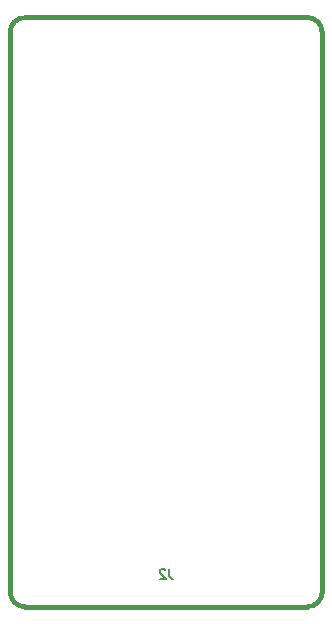
<source format=gbo>
G04 (created by PCBNEW (2013-04-19 BZR 4011)-stable) date 09/05/2013 23:39:35*
%MOIN*%
G04 Gerber Fmt 3.4, Leading zero omitted, Abs format*
%FSLAX34Y34*%
G01*
G70*
G90*
G04 APERTURE LIST*
%ADD10C,2.3622e-006*%
%ADD11C,0.015*%
%ADD12C,0.008*%
G04 APERTURE END LIST*
G54D10*
G54D11*
X10400Y-500D02*
X10400Y-19150D01*
X0Y-19150D02*
X0Y-500D01*
X9900Y-19650D02*
X500Y-19650D01*
X9900Y-19650D02*
G75*
G03X10400Y-19150I0J500D01*
G74*
G01*
X0Y-19150D02*
G75*
G03X500Y-19650I500J0D01*
G74*
G01*
X500Y0D02*
X9900Y0D01*
X500Y0D02*
G75*
G03X0Y-500I0J-500D01*
G74*
G01*
X10400Y-500D02*
G75*
G03X9900Y0I-500J0D01*
G74*
G01*
G54D12*
X5306Y-18384D02*
X5306Y-18613D01*
X5321Y-18658D01*
X5352Y-18689D01*
X5398Y-18704D01*
X5428Y-18704D01*
X5169Y-18415D02*
X5154Y-18399D01*
X5123Y-18384D01*
X5047Y-18384D01*
X5017Y-18399D01*
X5001Y-18415D01*
X4986Y-18445D01*
X4986Y-18475D01*
X5001Y-18521D01*
X5184Y-18704D01*
X4986Y-18704D01*
M02*

</source>
